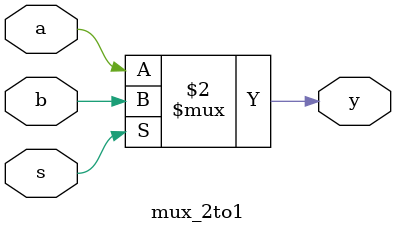
<source format=v>
`timescale 1ns / 1ps


module mux_2to1(
    input a,
    input b,
    input s,
    output y
    );
    assign y=(!s)?a:b;
endmodule

</source>
